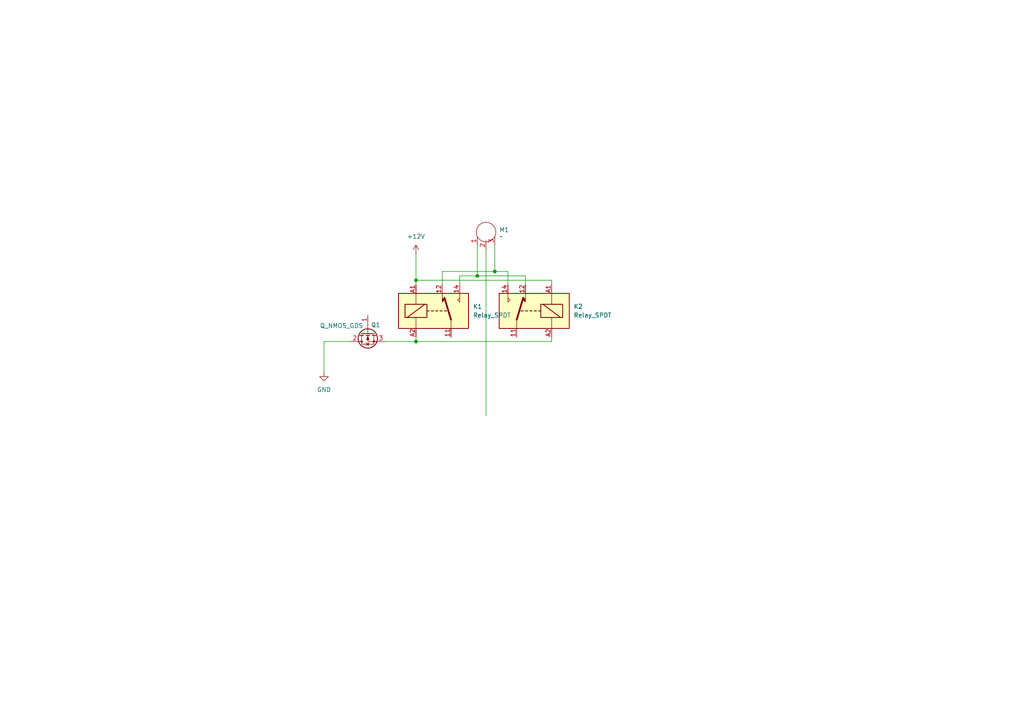
<source format=kicad_sch>
(kicad_sch (version 20231120) (generator "eeschema") (generator_version "8.0")
  (paper "A4")
  (lib_symbols
    (symbol "Device:Q_NMOS_GDS" (pin_names (offset 0) hide)
      (property "Reference" "Q" (at 5.08 1.27 0))
      (property "Value" "Q_NMOS_GDS" (at 5.08 -1.27 0))
      (symbol "Q_NMOS_GDS_0_1"
        (polyline (pts (xy 0.254 0) (xy -2.54 0)))
        (polyline (pts (xy 0.254 1.905) (xy 0.254 -1.905)) (stroke (width 0.254)))
        (polyline (pts (xy 0.762 -1.27) (xy 0.762 -2.286)) (stroke (width 0.254)))
        (polyline (pts (xy 0.762 0.508) (xy 0.762 -0.508)) (stroke (width 0.254)))
        (polyline (pts (xy 0.762 2.286) (xy 0.762 1.27)) (stroke (width 0.254)))
        (polyline (pts (xy 2.54 2.54) (xy 2.54 1.778)))
        (polyline (pts (xy 2.54 -2.54) (xy 2.54 0) (xy 0.762 0)))
        (polyline (pts (xy 0.762 -1.778) (xy 3.302 -1.778) (xy 3.302 1.778) (xy 0.762 1.778)))
        (polyline (pts (xy 1.016 0) (xy 2.032 0.381) (xy 2.032 -0.381) (xy 1.016 0)) (fill (type outline)))
        (polyline (pts (xy 2.794 0.508) (xy 2.921 0.381) (xy 3.683 0.381) (xy 3.81 0.254)))
        (polyline (pts (xy 3.302 0.381) (xy 2.921 -0.254) (xy 3.683 -0.254) (xy 3.302 0.381)))
        (circle (center 1.651 0) (radius 2.794) (stroke (width 0.254)))
        (circle (center 2.54 -1.778) (radius 0.254) (fill (type outline)))
        (circle (center 2.54 1.778) (radius 0.254) (fill (type outline)))
      )
      (symbol "Q_NMOS_GDS_1_1"
        (pin input line (at -5.08 0 0) (length 2.54) (name "G") (number "1"))
        (pin passive line (at 2.54 5.08 270) (length 2.54) (name "D") (number "2"))
        (pin passive line (at 2.54 -5.08 90) (length 2.54) (name "S") (number "3"))
      )
    )
    (symbol "Relay:Relay_SPDT"
      (property "Reference" "K" (at 11.43 3.81 0))
      (property "Value" "Relay_SPDT" (at 11.43 1.27 0))
      (symbol "Relay_SPDT_0_0"
        (polyline (pts (xy 7.62 5.08) (xy 7.62 2.54) (xy 6.985 3.175) (xy 7.62 3.81)))
      )
      (symbol "Relay_SPDT_0_1"
        (rectangle (start -10.16 5.08) (end 10.16 -5.08) (stroke (width 0.254)) (fill (type background)))
        (rectangle (start -8.255 1.905) (end -1.905 -1.905) (stroke (width 0.254)))
        (polyline (pts (xy -7.62 -1.905) (xy -2.54 1.905)) (stroke (width 0.254)))
        (polyline (pts (xy -5.08 -5.08) (xy -5.08 -1.905)))
        (polyline (pts (xy -5.08 5.08) (xy -5.08 1.905)))
        (polyline (pts (xy -1.905 0) (xy -1.27 0)) (stroke (width 0.254)))
        (polyline (pts (xy -0.635 0) (xy 0 0)) (stroke (width 0.254)))
        (polyline (pts (xy 0.635 0) (xy 1.27 0)) (stroke (width 0.254)))
        (polyline (pts (xy 1.905 0) (xy 2.54 0)) (stroke (width 0.254)))
        (polyline (pts (xy 3.175 0) (xy 3.81 0)) (stroke (width 0.254)))
        (polyline (pts (xy 5.08 -2.54) (xy 3.175 3.81)) (stroke (width 0.508)))
        (polyline (pts (xy 5.08 -2.54) (xy 5.08 -5.08)))
        (polyline (pts (xy 2.54 5.08) (xy 2.54 2.54) (xy 3.175 3.175) (xy 2.54 3.81)) (fill (type outline)))
      )
      (symbol "Relay_SPDT_1_1"
        (pin passive line (at 5.08 -7.62 90) (length 2.54) (name "~") (number "11"))
        (pin passive line (at 2.54 7.62 270) (length 2.54) (name "~") (number "12"))
        (pin passive line (at 7.62 7.62 270) (length 2.54) (name "~") (number "14"))
        (pin passive line (at -5.08 7.62 270) (length 2.54) (name "~") (number "A1"))
        (pin passive line (at -5.08 -7.62 90) (length 2.54) (name "~") (number "A2"))
      )
    )
    (symbol "SKID_BLDC:BLDC"
      (property "Reference" "M" (at 0 0 0))
      (symbol "BLDC_0_1"
        (circle (center 0 0) (radius 2.8398))
      )
      (symbol "BLDC_1_1"
        (pin input line (at -2.54 -3.81 90) (length 2.54) (name "") (number "1"))
        (pin input line (at 0 -5.08 90) (length 2.54) (name "") (number "2"))
        (pin input line (at 2.54 -3.81 90) (length 2.54) (name "") (number "3"))
      )
    )
    (symbol "power:+12V" (power) (pin_numbers hide) (pin_names (offset 0) hide)
      (property "Value" "+12V" (at 0 3.556 0))
      (symbol "+12V_0_1"
        (polyline (pts (xy -0.762 1.27) (xy 0 2.54)))
        (polyline (pts (xy 0 0) (xy 0 2.54)))
        (polyline (pts (xy 0 2.54) (xy 0.762 1.27)))
      )
      (symbol "+12V_1_1"
        (pin power_in line (at 0 0 90) (length 0) (name "~") (number "1"))
      )
    )
    (symbol "power:GND" (power) (pin_numbers hide) (pin_names (offset 0) hide)
      (property "Value" "GND" (at 0 -3.81 0))
      (symbol "GND_0_1"
        (polyline (pts (xy 0 0) (xy 0 -1.27) (xy 1.27 -1.27) (xy 0 -2.54) (xy -1.27 -1.27) (xy 0 -1.27)))
      )
      (symbol "GND_1_1"
        (pin power_in line (at 0 0 270) (length 0) (name "~") (number "1"))
      )
    )
  )
  (junction (at 138.43 80.01))
  (junction (at 143.51 78.74))
  (junction (at 120.65 99.06))
  (junction (at 120.65 81.28))
  (wire (pts (xy 120.65 82.55) (xy 120.65 81.28)))
  (wire (pts (xy 160.02 97.79) (xy 160.02 99.06)))
  (wire (pts (xy 138.43 80.01) (xy 152.4 80.01)))
  (wire (pts (xy 138.43 71.12) (xy 138.43 80.01)))
  (wire (pts (xy 128.27 78.74) (xy 143.51 78.74)))
  (wire (pts (xy 101.6 99.06) (xy 93.98 99.06)))
  (wire (pts (xy 143.51 78.74) (xy 147.32 78.74)))
  (wire (pts (xy 133.35 82.55) (xy 133.35 80.01)))
  (wire (pts (xy 111.76 99.06) (xy 120.65 99.06)))
  (wire (pts (xy 160.02 99.06) (xy 120.65 99.06)))
  (wire (pts (xy 128.27 82.55) (xy 128.27 78.74)))
  (wire (pts (xy 140.97 72.39) (xy 140.97 120.65)))
  (wire (pts (xy 133.35 80.01) (xy 138.43 80.01)))
  (wire (pts (xy 120.65 73.66) (xy 120.65 81.28)))
  (wire (pts (xy 152.4 80.01) (xy 152.4 82.55)))
  (wire (pts (xy 143.51 71.12) (xy 143.51 78.74)))
  (wire (pts (xy 147.32 78.74) (xy 147.32 82.55)))
  (wire (pts (xy 120.65 99.06) (xy 120.65 97.79)))
  (wire (pts (xy 120.65 81.28) (xy 160.02 81.28)))
  (wire (pts (xy 160.02 81.28) (xy 160.02 82.55)))
  (wire (pts (xy 93.98 99.06) (xy 93.98 107.95)))
  (symbol (lib_id "power:+12V") (at 120.65 73.66 0) (unit 1)
    (property "Reference" "#PWR02" (effects (hide yes)))
    (property "Value" "+12V" (at 120.65 68.58 0))
    (property "Description" "Power symbol creates a global label with name \"+12V\"" (effects (hide yes)))
  )
  (symbol (lib_id "Relay:Relay_SPDT") (at 125.73 90.17 0) (unit 1)
    (property "Reference" "K1" (at 137.16 88.8999 0) (effects (justify left)))
    (property "Value" "Relay_SPDT" (at 137.16 91.4399 0) (effects (justify left)))
    (property "Description" "Relay SPDT, monostable, EN50005" (effects (hide yes)))
  )
  (symbol (lib_id "Device:Q_NMOS_GDS") (at 106.68 96.52 90) (mirror x) (unit 1)
    (property "Reference" "Q1" (at 108.966 94.234 90))
    (property "Value" "Q_NMOS_GDS" (at 99.06 94.488 90))
    (property "Description" "N-MOSFET transistor, gate/drain/source" (effects (hide yes)))
  )
  (symbol (lib_id "power:GND") (at 93.98 107.95 0) (unit 1)
    (property "Reference" "#PWR01" (effects (hide yes)))
    (property "Value" "GND" (at 93.98 113.03 0))
    (property "Description" "Power symbol creates a global label with name \"GND\" , ground" (effects (hide yes)))
  )
  (symbol (lib_id "SKID_BLDC:BLDC") (at 140.97 67.31 0) (unit 1)
    (property "Reference" "M1" (at 144.78 66.6749 0) (effects (justify left)))
    (property "Value" "~" (at 144.78 68.58 0) (effects (justify left)))
  )
  (symbol (lib_id "Relay:Relay_SPDT") (at 154.94 90.17 0) (mirror y) (unit 1)
    (property "Reference" "K2" (at 166.37 88.8999 0) (effects (justify right)))
    (property "Value" "Relay_SPDT" (at 166.37 91.4399 0) (effects (justify right)))
    (property "Description" "Relay SPDT, monostable, EN50005" (effects (hide yes)))
  )
)
</source>
